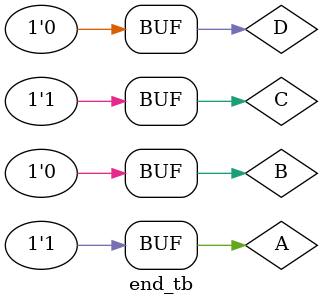
<source format=v>
module gate (a, b, c, d, y);
    input a, b, c, d;
    output y;
    
    assign y = !((!(!(a&b)&b)) | (!(!(c&d)&d)));

endmodule

module end_tb;
    wire Y;
    reg A, B, C, D;
    
    gate my_gate (A, B, C, D, Y);
    
    initial
        begin
        $monitor (A," ", B, " ",C, " ", D, " ", Y);
        A = 1'b0;
        B = 1'b0;
        C = 1'b0;
        D = 1'b0;
        #5
        A = 1'b1;
        B = 1'b0;
        C = 1'b0;
        D = 1'b0;
        #5
        A = 1'b0;
        B = 1'b1;
        C = 1'b0;
        D = 1'b0;
        #5
        A = 1'b0;
        B = 1'b0;
        C = 1'b1;
        D = 1'b0;
        #5
        A = 1'b0;
        B = 1'b0;
        C = 1'b0;
        D = 1'b1;
        #5
        A = 1'b1;
        B = 1'b1;
        C = 1'b1;
        D = 1'b1;
        #5
        A = 1'b1;
        B = 1'b1;
        C = 1'b0;
        D = 1'b1;
        #5
        A = 1'b0;
        B = 1'b1;
        C = 1'b1;
        D = 1'b1;
        #5
        A = 1'b1;
        B = 1'b0;
        C = 1'b1;
        D = 1'b1;
        #5
        A = 1'b1;
        B = 1'b1;
        C = 1'b1;
        D = 1'b0;
        #5
        A = 1'b0;
        B = 1'b0;
        C = 1'b1;
        D = 1'b1;
        #5
        A = 1'b1;
        B = 1'b1;
        C = 1'b0;
        D = 1'b0;
        #5
        A = 1'b1;
        B = 1'b0;
        C = 1'b0;
        D = 1'b1;
        #5
        A = 1'b0;
        B = 1'b1;
        C = 1'b0;
        D = 1'b1;
        #5
        A = 1'b0;
        B = 1'b1;
        C = 1'b1;
        D = 1'b0;
        #5
        A = 1'b1;
        B = 1'b0;
        C = 1'b1;
        D = 1'b0;
        
        
        
        
        
        end
endmodule
        

</source>
